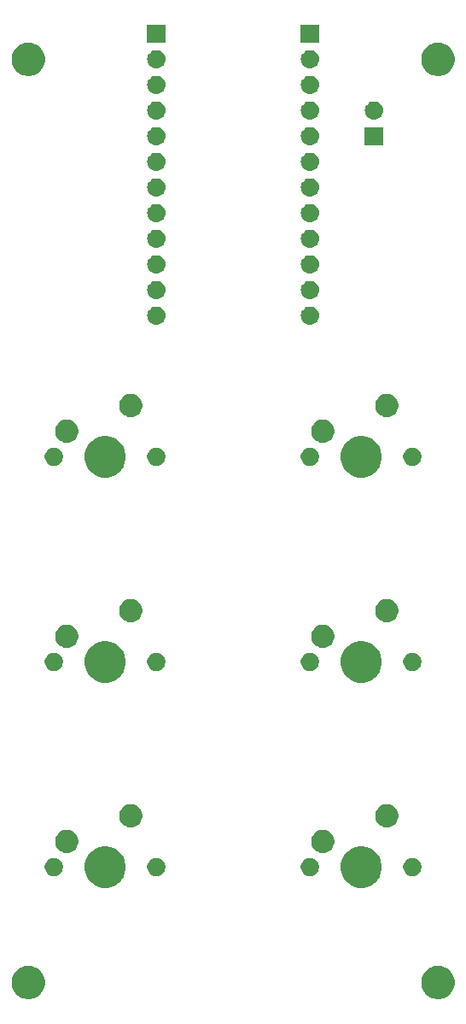
<source format=gbr>
G04 #@! TF.GenerationSoftware,KiCad,Pcbnew,5.1.4*
G04 #@! TF.CreationDate,2019-10-29T06:47:26+01:00*
G04 #@! TF.ProjectId,MediaKeys,4d656469-614b-4657-9973-2e6b69636164,rev?*
G04 #@! TF.SameCoordinates,Original*
G04 #@! TF.FileFunction,Soldermask,Bot*
G04 #@! TF.FilePolarity,Negative*
%FSLAX46Y46*%
G04 Gerber Fmt 4.6, Leading zero omitted, Abs format (unit mm)*
G04 Created by KiCad (PCBNEW 5.1.4) date 2019-10-29 06:47:26*
%MOMM*%
%LPD*%
G04 APERTURE LIST*
%ADD10C,0.100000*%
G04 APERTURE END LIST*
D10*
G36*
X84195256Y-143171298D02*
G01*
X84301579Y-143192447D01*
X84602042Y-143316903D01*
X84872451Y-143497585D01*
X85102415Y-143727549D01*
X85283097Y-143997958D01*
X85407553Y-144298421D01*
X85471000Y-144617391D01*
X85471000Y-144942609D01*
X85407553Y-145261579D01*
X85283097Y-145562042D01*
X85102415Y-145832451D01*
X84872451Y-146062415D01*
X84602042Y-146243097D01*
X84301579Y-146367553D01*
X84195256Y-146388702D01*
X83982611Y-146431000D01*
X83657389Y-146431000D01*
X83444744Y-146388702D01*
X83338421Y-146367553D01*
X83037958Y-146243097D01*
X82767549Y-146062415D01*
X82537585Y-145832451D01*
X82356903Y-145562042D01*
X82232447Y-145261579D01*
X82169000Y-144942609D01*
X82169000Y-144617391D01*
X82232447Y-144298421D01*
X82356903Y-143997958D01*
X82537585Y-143727549D01*
X82767549Y-143497585D01*
X83037958Y-143316903D01*
X83338421Y-143192447D01*
X83444744Y-143171298D01*
X83657389Y-143129000D01*
X83982611Y-143129000D01*
X84195256Y-143171298D01*
X84195256Y-143171298D01*
G37*
G36*
X43555256Y-143171298D02*
G01*
X43661579Y-143192447D01*
X43962042Y-143316903D01*
X44232451Y-143497585D01*
X44462415Y-143727549D01*
X44643097Y-143997958D01*
X44767553Y-144298421D01*
X44831000Y-144617391D01*
X44831000Y-144942609D01*
X44767553Y-145261579D01*
X44643097Y-145562042D01*
X44462415Y-145832451D01*
X44232451Y-146062415D01*
X43962042Y-146243097D01*
X43661579Y-146367553D01*
X43555256Y-146388702D01*
X43342611Y-146431000D01*
X43017389Y-146431000D01*
X42804744Y-146388702D01*
X42698421Y-146367553D01*
X42397958Y-146243097D01*
X42127549Y-146062415D01*
X41897585Y-145832451D01*
X41716903Y-145562042D01*
X41592447Y-145261579D01*
X41529000Y-144942609D01*
X41529000Y-144617391D01*
X41592447Y-144298421D01*
X41716903Y-143997958D01*
X41897585Y-143727549D01*
X42127549Y-143497585D01*
X42397958Y-143316903D01*
X42698421Y-143192447D01*
X42804744Y-143171298D01*
X43017389Y-143129000D01*
X43342611Y-143129000D01*
X43555256Y-143171298D01*
X43555256Y-143171298D01*
G37*
G36*
X76798254Y-131377818D02*
G01*
X77171511Y-131532426D01*
X77171513Y-131532427D01*
X77507436Y-131756884D01*
X77793116Y-132042564D01*
X78017574Y-132378489D01*
X78172182Y-132751746D01*
X78251000Y-133147993D01*
X78251000Y-133552007D01*
X78172182Y-133948254D01*
X78017574Y-134321511D01*
X78017573Y-134321513D01*
X77793116Y-134657436D01*
X77507436Y-134943116D01*
X77171513Y-135167573D01*
X77171512Y-135167574D01*
X77171511Y-135167574D01*
X76798254Y-135322182D01*
X76402007Y-135401000D01*
X75997993Y-135401000D01*
X75601746Y-135322182D01*
X75228489Y-135167574D01*
X75228488Y-135167574D01*
X75228487Y-135167573D01*
X74892564Y-134943116D01*
X74606884Y-134657436D01*
X74382427Y-134321513D01*
X74382426Y-134321511D01*
X74227818Y-133948254D01*
X74149000Y-133552007D01*
X74149000Y-133147993D01*
X74227818Y-132751746D01*
X74382426Y-132378489D01*
X74606884Y-132042564D01*
X74892564Y-131756884D01*
X75228487Y-131532427D01*
X75228489Y-131532426D01*
X75601746Y-131377818D01*
X75997993Y-131299000D01*
X76402007Y-131299000D01*
X76798254Y-131377818D01*
X76798254Y-131377818D01*
G37*
G36*
X51398254Y-131377818D02*
G01*
X51771511Y-131532426D01*
X51771513Y-131532427D01*
X52107436Y-131756884D01*
X52393116Y-132042564D01*
X52617574Y-132378489D01*
X52772182Y-132751746D01*
X52851000Y-133147993D01*
X52851000Y-133552007D01*
X52772182Y-133948254D01*
X52617574Y-134321511D01*
X52617573Y-134321513D01*
X52393116Y-134657436D01*
X52107436Y-134943116D01*
X51771513Y-135167573D01*
X51771512Y-135167574D01*
X51771511Y-135167574D01*
X51398254Y-135322182D01*
X51002007Y-135401000D01*
X50597993Y-135401000D01*
X50201746Y-135322182D01*
X49828489Y-135167574D01*
X49828488Y-135167574D01*
X49828487Y-135167573D01*
X49492564Y-134943116D01*
X49206884Y-134657436D01*
X48982427Y-134321513D01*
X48982426Y-134321511D01*
X48827818Y-133948254D01*
X48749000Y-133552007D01*
X48749000Y-133147993D01*
X48827818Y-132751746D01*
X48982426Y-132378489D01*
X49206884Y-132042564D01*
X49492564Y-131756884D01*
X49828487Y-131532427D01*
X49828489Y-131532426D01*
X50201746Y-131377818D01*
X50597993Y-131299000D01*
X51002007Y-131299000D01*
X51398254Y-131377818D01*
X51398254Y-131377818D01*
G37*
G36*
X81393512Y-132453927D02*
G01*
X81542812Y-132483624D01*
X81706784Y-132551544D01*
X81854354Y-132650147D01*
X81979853Y-132775646D01*
X82078456Y-132923216D01*
X82146376Y-133087188D01*
X82181000Y-133261259D01*
X82181000Y-133438741D01*
X82146376Y-133612812D01*
X82078456Y-133776784D01*
X81979853Y-133924354D01*
X81854354Y-134049853D01*
X81706784Y-134148456D01*
X81542812Y-134216376D01*
X81393512Y-134246073D01*
X81368742Y-134251000D01*
X81191258Y-134251000D01*
X81166488Y-134246073D01*
X81017188Y-134216376D01*
X80853216Y-134148456D01*
X80705646Y-134049853D01*
X80580147Y-133924354D01*
X80481544Y-133776784D01*
X80413624Y-133612812D01*
X80379000Y-133438741D01*
X80379000Y-133261259D01*
X80413624Y-133087188D01*
X80481544Y-132923216D01*
X80580147Y-132775646D01*
X80705646Y-132650147D01*
X80853216Y-132551544D01*
X81017188Y-132483624D01*
X81166488Y-132453927D01*
X81191258Y-132449000D01*
X81368742Y-132449000D01*
X81393512Y-132453927D01*
X81393512Y-132453927D01*
G37*
G36*
X45833512Y-132453927D02*
G01*
X45982812Y-132483624D01*
X46146784Y-132551544D01*
X46294354Y-132650147D01*
X46419853Y-132775646D01*
X46518456Y-132923216D01*
X46586376Y-133087188D01*
X46621000Y-133261259D01*
X46621000Y-133438741D01*
X46586376Y-133612812D01*
X46518456Y-133776784D01*
X46419853Y-133924354D01*
X46294354Y-134049853D01*
X46146784Y-134148456D01*
X45982812Y-134216376D01*
X45833512Y-134246073D01*
X45808742Y-134251000D01*
X45631258Y-134251000D01*
X45606488Y-134246073D01*
X45457188Y-134216376D01*
X45293216Y-134148456D01*
X45145646Y-134049853D01*
X45020147Y-133924354D01*
X44921544Y-133776784D01*
X44853624Y-133612812D01*
X44819000Y-133438741D01*
X44819000Y-133261259D01*
X44853624Y-133087188D01*
X44921544Y-132923216D01*
X45020147Y-132775646D01*
X45145646Y-132650147D01*
X45293216Y-132551544D01*
X45457188Y-132483624D01*
X45606488Y-132453927D01*
X45631258Y-132449000D01*
X45808742Y-132449000D01*
X45833512Y-132453927D01*
X45833512Y-132453927D01*
G37*
G36*
X55993512Y-132453927D02*
G01*
X56142812Y-132483624D01*
X56306784Y-132551544D01*
X56454354Y-132650147D01*
X56579853Y-132775646D01*
X56678456Y-132923216D01*
X56746376Y-133087188D01*
X56781000Y-133261259D01*
X56781000Y-133438741D01*
X56746376Y-133612812D01*
X56678456Y-133776784D01*
X56579853Y-133924354D01*
X56454354Y-134049853D01*
X56306784Y-134148456D01*
X56142812Y-134216376D01*
X55993512Y-134246073D01*
X55968742Y-134251000D01*
X55791258Y-134251000D01*
X55766488Y-134246073D01*
X55617188Y-134216376D01*
X55453216Y-134148456D01*
X55305646Y-134049853D01*
X55180147Y-133924354D01*
X55081544Y-133776784D01*
X55013624Y-133612812D01*
X54979000Y-133438741D01*
X54979000Y-133261259D01*
X55013624Y-133087188D01*
X55081544Y-132923216D01*
X55180147Y-132775646D01*
X55305646Y-132650147D01*
X55453216Y-132551544D01*
X55617188Y-132483624D01*
X55766488Y-132453927D01*
X55791258Y-132449000D01*
X55968742Y-132449000D01*
X55993512Y-132453927D01*
X55993512Y-132453927D01*
G37*
G36*
X71233512Y-132453927D02*
G01*
X71382812Y-132483624D01*
X71546784Y-132551544D01*
X71694354Y-132650147D01*
X71819853Y-132775646D01*
X71918456Y-132923216D01*
X71986376Y-133087188D01*
X72021000Y-133261259D01*
X72021000Y-133438741D01*
X71986376Y-133612812D01*
X71918456Y-133776784D01*
X71819853Y-133924354D01*
X71694354Y-134049853D01*
X71546784Y-134148456D01*
X71382812Y-134216376D01*
X71233512Y-134246073D01*
X71208742Y-134251000D01*
X71031258Y-134251000D01*
X71006488Y-134246073D01*
X70857188Y-134216376D01*
X70693216Y-134148456D01*
X70545646Y-134049853D01*
X70420147Y-133924354D01*
X70321544Y-133776784D01*
X70253624Y-133612812D01*
X70219000Y-133438741D01*
X70219000Y-133261259D01*
X70253624Y-133087188D01*
X70321544Y-132923216D01*
X70420147Y-132775646D01*
X70545646Y-132650147D01*
X70693216Y-132551544D01*
X70857188Y-132483624D01*
X71006488Y-132453927D01*
X71031258Y-132449000D01*
X71208742Y-132449000D01*
X71233512Y-132453927D01*
X71233512Y-132453927D01*
G37*
G36*
X47214549Y-129681116D02*
G01*
X47325734Y-129703232D01*
X47535203Y-129789997D01*
X47723720Y-129915960D01*
X47884040Y-130076280D01*
X48010003Y-130264797D01*
X48096768Y-130474266D01*
X48141000Y-130696636D01*
X48141000Y-130923364D01*
X48096768Y-131145734D01*
X48010003Y-131355203D01*
X47884040Y-131543720D01*
X47723720Y-131704040D01*
X47535203Y-131830003D01*
X47325734Y-131916768D01*
X47214549Y-131938884D01*
X47103365Y-131961000D01*
X46876635Y-131961000D01*
X46765451Y-131938884D01*
X46654266Y-131916768D01*
X46444797Y-131830003D01*
X46256280Y-131704040D01*
X46095960Y-131543720D01*
X45969997Y-131355203D01*
X45883232Y-131145734D01*
X45839000Y-130923364D01*
X45839000Y-130696636D01*
X45883232Y-130474266D01*
X45969997Y-130264797D01*
X46095960Y-130076280D01*
X46256280Y-129915960D01*
X46444797Y-129789997D01*
X46654266Y-129703232D01*
X46765451Y-129681116D01*
X46876635Y-129659000D01*
X47103365Y-129659000D01*
X47214549Y-129681116D01*
X47214549Y-129681116D01*
G37*
G36*
X72614549Y-129681116D02*
G01*
X72725734Y-129703232D01*
X72935203Y-129789997D01*
X73123720Y-129915960D01*
X73284040Y-130076280D01*
X73410003Y-130264797D01*
X73496768Y-130474266D01*
X73541000Y-130696636D01*
X73541000Y-130923364D01*
X73496768Y-131145734D01*
X73410003Y-131355203D01*
X73284040Y-131543720D01*
X73123720Y-131704040D01*
X72935203Y-131830003D01*
X72725734Y-131916768D01*
X72614549Y-131938884D01*
X72503365Y-131961000D01*
X72276635Y-131961000D01*
X72165451Y-131938884D01*
X72054266Y-131916768D01*
X71844797Y-131830003D01*
X71656280Y-131704040D01*
X71495960Y-131543720D01*
X71369997Y-131355203D01*
X71283232Y-131145734D01*
X71239000Y-130923364D01*
X71239000Y-130696636D01*
X71283232Y-130474266D01*
X71369997Y-130264797D01*
X71495960Y-130076280D01*
X71656280Y-129915960D01*
X71844797Y-129789997D01*
X72054266Y-129703232D01*
X72165451Y-129681116D01*
X72276635Y-129659000D01*
X72503365Y-129659000D01*
X72614549Y-129681116D01*
X72614549Y-129681116D01*
G37*
G36*
X53564549Y-127141116D02*
G01*
X53675734Y-127163232D01*
X53885203Y-127249997D01*
X54073720Y-127375960D01*
X54234040Y-127536280D01*
X54360003Y-127724797D01*
X54446768Y-127934266D01*
X54491000Y-128156636D01*
X54491000Y-128383364D01*
X54446768Y-128605734D01*
X54360003Y-128815203D01*
X54234040Y-129003720D01*
X54073720Y-129164040D01*
X53885203Y-129290003D01*
X53675734Y-129376768D01*
X53564549Y-129398884D01*
X53453365Y-129421000D01*
X53226635Y-129421000D01*
X53115451Y-129398884D01*
X53004266Y-129376768D01*
X52794797Y-129290003D01*
X52606280Y-129164040D01*
X52445960Y-129003720D01*
X52319997Y-128815203D01*
X52233232Y-128605734D01*
X52189000Y-128383364D01*
X52189000Y-128156636D01*
X52233232Y-127934266D01*
X52319997Y-127724797D01*
X52445960Y-127536280D01*
X52606280Y-127375960D01*
X52794797Y-127249997D01*
X53004266Y-127163232D01*
X53115451Y-127141116D01*
X53226635Y-127119000D01*
X53453365Y-127119000D01*
X53564549Y-127141116D01*
X53564549Y-127141116D01*
G37*
G36*
X78964549Y-127141116D02*
G01*
X79075734Y-127163232D01*
X79285203Y-127249997D01*
X79473720Y-127375960D01*
X79634040Y-127536280D01*
X79760003Y-127724797D01*
X79846768Y-127934266D01*
X79891000Y-128156636D01*
X79891000Y-128383364D01*
X79846768Y-128605734D01*
X79760003Y-128815203D01*
X79634040Y-129003720D01*
X79473720Y-129164040D01*
X79285203Y-129290003D01*
X79075734Y-129376768D01*
X78964549Y-129398884D01*
X78853365Y-129421000D01*
X78626635Y-129421000D01*
X78515451Y-129398884D01*
X78404266Y-129376768D01*
X78194797Y-129290003D01*
X78006280Y-129164040D01*
X77845960Y-129003720D01*
X77719997Y-128815203D01*
X77633232Y-128605734D01*
X77589000Y-128383364D01*
X77589000Y-128156636D01*
X77633232Y-127934266D01*
X77719997Y-127724797D01*
X77845960Y-127536280D01*
X78006280Y-127375960D01*
X78194797Y-127249997D01*
X78404266Y-127163232D01*
X78515451Y-127141116D01*
X78626635Y-127119000D01*
X78853365Y-127119000D01*
X78964549Y-127141116D01*
X78964549Y-127141116D01*
G37*
G36*
X51398254Y-111057818D02*
G01*
X51771511Y-111212426D01*
X51771513Y-111212427D01*
X52107436Y-111436884D01*
X52393116Y-111722564D01*
X52617574Y-112058489D01*
X52772182Y-112431746D01*
X52851000Y-112827993D01*
X52851000Y-113232007D01*
X52772182Y-113628254D01*
X52617574Y-114001511D01*
X52617573Y-114001513D01*
X52393116Y-114337436D01*
X52107436Y-114623116D01*
X51771513Y-114847573D01*
X51771512Y-114847574D01*
X51771511Y-114847574D01*
X51398254Y-115002182D01*
X51002007Y-115081000D01*
X50597993Y-115081000D01*
X50201746Y-115002182D01*
X49828489Y-114847574D01*
X49828488Y-114847574D01*
X49828487Y-114847573D01*
X49492564Y-114623116D01*
X49206884Y-114337436D01*
X48982427Y-114001513D01*
X48982426Y-114001511D01*
X48827818Y-113628254D01*
X48749000Y-113232007D01*
X48749000Y-112827993D01*
X48827818Y-112431746D01*
X48982426Y-112058489D01*
X49206884Y-111722564D01*
X49492564Y-111436884D01*
X49828487Y-111212427D01*
X49828489Y-111212426D01*
X50201746Y-111057818D01*
X50597993Y-110979000D01*
X51002007Y-110979000D01*
X51398254Y-111057818D01*
X51398254Y-111057818D01*
G37*
G36*
X76798254Y-111057818D02*
G01*
X77171511Y-111212426D01*
X77171513Y-111212427D01*
X77507436Y-111436884D01*
X77793116Y-111722564D01*
X78017574Y-112058489D01*
X78172182Y-112431746D01*
X78251000Y-112827993D01*
X78251000Y-113232007D01*
X78172182Y-113628254D01*
X78017574Y-114001511D01*
X78017573Y-114001513D01*
X77793116Y-114337436D01*
X77507436Y-114623116D01*
X77171513Y-114847573D01*
X77171512Y-114847574D01*
X77171511Y-114847574D01*
X76798254Y-115002182D01*
X76402007Y-115081000D01*
X75997993Y-115081000D01*
X75601746Y-115002182D01*
X75228489Y-114847574D01*
X75228488Y-114847574D01*
X75228487Y-114847573D01*
X74892564Y-114623116D01*
X74606884Y-114337436D01*
X74382427Y-114001513D01*
X74382426Y-114001511D01*
X74227818Y-113628254D01*
X74149000Y-113232007D01*
X74149000Y-112827993D01*
X74227818Y-112431746D01*
X74382426Y-112058489D01*
X74606884Y-111722564D01*
X74892564Y-111436884D01*
X75228487Y-111212427D01*
X75228489Y-111212426D01*
X75601746Y-111057818D01*
X75997993Y-110979000D01*
X76402007Y-110979000D01*
X76798254Y-111057818D01*
X76798254Y-111057818D01*
G37*
G36*
X45833512Y-112133927D02*
G01*
X45982812Y-112163624D01*
X46146784Y-112231544D01*
X46294354Y-112330147D01*
X46419853Y-112455646D01*
X46518456Y-112603216D01*
X46586376Y-112767188D01*
X46621000Y-112941259D01*
X46621000Y-113118741D01*
X46586376Y-113292812D01*
X46518456Y-113456784D01*
X46419853Y-113604354D01*
X46294354Y-113729853D01*
X46146784Y-113828456D01*
X45982812Y-113896376D01*
X45833512Y-113926073D01*
X45808742Y-113931000D01*
X45631258Y-113931000D01*
X45606488Y-113926073D01*
X45457188Y-113896376D01*
X45293216Y-113828456D01*
X45145646Y-113729853D01*
X45020147Y-113604354D01*
X44921544Y-113456784D01*
X44853624Y-113292812D01*
X44819000Y-113118741D01*
X44819000Y-112941259D01*
X44853624Y-112767188D01*
X44921544Y-112603216D01*
X45020147Y-112455646D01*
X45145646Y-112330147D01*
X45293216Y-112231544D01*
X45457188Y-112163624D01*
X45606488Y-112133927D01*
X45631258Y-112129000D01*
X45808742Y-112129000D01*
X45833512Y-112133927D01*
X45833512Y-112133927D01*
G37*
G36*
X55993512Y-112133927D02*
G01*
X56142812Y-112163624D01*
X56306784Y-112231544D01*
X56454354Y-112330147D01*
X56579853Y-112455646D01*
X56678456Y-112603216D01*
X56746376Y-112767188D01*
X56781000Y-112941259D01*
X56781000Y-113118741D01*
X56746376Y-113292812D01*
X56678456Y-113456784D01*
X56579853Y-113604354D01*
X56454354Y-113729853D01*
X56306784Y-113828456D01*
X56142812Y-113896376D01*
X55993512Y-113926073D01*
X55968742Y-113931000D01*
X55791258Y-113931000D01*
X55766488Y-113926073D01*
X55617188Y-113896376D01*
X55453216Y-113828456D01*
X55305646Y-113729853D01*
X55180147Y-113604354D01*
X55081544Y-113456784D01*
X55013624Y-113292812D01*
X54979000Y-113118741D01*
X54979000Y-112941259D01*
X55013624Y-112767188D01*
X55081544Y-112603216D01*
X55180147Y-112455646D01*
X55305646Y-112330147D01*
X55453216Y-112231544D01*
X55617188Y-112163624D01*
X55766488Y-112133927D01*
X55791258Y-112129000D01*
X55968742Y-112129000D01*
X55993512Y-112133927D01*
X55993512Y-112133927D01*
G37*
G36*
X71233512Y-112133927D02*
G01*
X71382812Y-112163624D01*
X71546784Y-112231544D01*
X71694354Y-112330147D01*
X71819853Y-112455646D01*
X71918456Y-112603216D01*
X71986376Y-112767188D01*
X72021000Y-112941259D01*
X72021000Y-113118741D01*
X71986376Y-113292812D01*
X71918456Y-113456784D01*
X71819853Y-113604354D01*
X71694354Y-113729853D01*
X71546784Y-113828456D01*
X71382812Y-113896376D01*
X71233512Y-113926073D01*
X71208742Y-113931000D01*
X71031258Y-113931000D01*
X71006488Y-113926073D01*
X70857188Y-113896376D01*
X70693216Y-113828456D01*
X70545646Y-113729853D01*
X70420147Y-113604354D01*
X70321544Y-113456784D01*
X70253624Y-113292812D01*
X70219000Y-113118741D01*
X70219000Y-112941259D01*
X70253624Y-112767188D01*
X70321544Y-112603216D01*
X70420147Y-112455646D01*
X70545646Y-112330147D01*
X70693216Y-112231544D01*
X70857188Y-112163624D01*
X71006488Y-112133927D01*
X71031258Y-112129000D01*
X71208742Y-112129000D01*
X71233512Y-112133927D01*
X71233512Y-112133927D01*
G37*
G36*
X81393512Y-112133927D02*
G01*
X81542812Y-112163624D01*
X81706784Y-112231544D01*
X81854354Y-112330147D01*
X81979853Y-112455646D01*
X82078456Y-112603216D01*
X82146376Y-112767188D01*
X82181000Y-112941259D01*
X82181000Y-113118741D01*
X82146376Y-113292812D01*
X82078456Y-113456784D01*
X81979853Y-113604354D01*
X81854354Y-113729853D01*
X81706784Y-113828456D01*
X81542812Y-113896376D01*
X81393512Y-113926073D01*
X81368742Y-113931000D01*
X81191258Y-113931000D01*
X81166488Y-113926073D01*
X81017188Y-113896376D01*
X80853216Y-113828456D01*
X80705646Y-113729853D01*
X80580147Y-113604354D01*
X80481544Y-113456784D01*
X80413624Y-113292812D01*
X80379000Y-113118741D01*
X80379000Y-112941259D01*
X80413624Y-112767188D01*
X80481544Y-112603216D01*
X80580147Y-112455646D01*
X80705646Y-112330147D01*
X80853216Y-112231544D01*
X81017188Y-112163624D01*
X81166488Y-112133927D01*
X81191258Y-112129000D01*
X81368742Y-112129000D01*
X81393512Y-112133927D01*
X81393512Y-112133927D01*
G37*
G36*
X72614549Y-109361116D02*
G01*
X72725734Y-109383232D01*
X72935203Y-109469997D01*
X73123720Y-109595960D01*
X73284040Y-109756280D01*
X73410003Y-109944797D01*
X73496768Y-110154266D01*
X73541000Y-110376636D01*
X73541000Y-110603364D01*
X73496768Y-110825734D01*
X73410003Y-111035203D01*
X73284040Y-111223720D01*
X73123720Y-111384040D01*
X72935203Y-111510003D01*
X72725734Y-111596768D01*
X72614549Y-111618884D01*
X72503365Y-111641000D01*
X72276635Y-111641000D01*
X72165451Y-111618884D01*
X72054266Y-111596768D01*
X71844797Y-111510003D01*
X71656280Y-111384040D01*
X71495960Y-111223720D01*
X71369997Y-111035203D01*
X71283232Y-110825734D01*
X71239000Y-110603364D01*
X71239000Y-110376636D01*
X71283232Y-110154266D01*
X71369997Y-109944797D01*
X71495960Y-109756280D01*
X71656280Y-109595960D01*
X71844797Y-109469997D01*
X72054266Y-109383232D01*
X72165451Y-109361116D01*
X72276635Y-109339000D01*
X72503365Y-109339000D01*
X72614549Y-109361116D01*
X72614549Y-109361116D01*
G37*
G36*
X47214549Y-109361116D02*
G01*
X47325734Y-109383232D01*
X47535203Y-109469997D01*
X47723720Y-109595960D01*
X47884040Y-109756280D01*
X48010003Y-109944797D01*
X48096768Y-110154266D01*
X48141000Y-110376636D01*
X48141000Y-110603364D01*
X48096768Y-110825734D01*
X48010003Y-111035203D01*
X47884040Y-111223720D01*
X47723720Y-111384040D01*
X47535203Y-111510003D01*
X47325734Y-111596768D01*
X47214549Y-111618884D01*
X47103365Y-111641000D01*
X46876635Y-111641000D01*
X46765451Y-111618884D01*
X46654266Y-111596768D01*
X46444797Y-111510003D01*
X46256280Y-111384040D01*
X46095960Y-111223720D01*
X45969997Y-111035203D01*
X45883232Y-110825734D01*
X45839000Y-110603364D01*
X45839000Y-110376636D01*
X45883232Y-110154266D01*
X45969997Y-109944797D01*
X46095960Y-109756280D01*
X46256280Y-109595960D01*
X46444797Y-109469997D01*
X46654266Y-109383232D01*
X46765451Y-109361116D01*
X46876635Y-109339000D01*
X47103365Y-109339000D01*
X47214549Y-109361116D01*
X47214549Y-109361116D01*
G37*
G36*
X53564549Y-106821116D02*
G01*
X53675734Y-106843232D01*
X53885203Y-106929997D01*
X54073720Y-107055960D01*
X54234040Y-107216280D01*
X54360003Y-107404797D01*
X54446768Y-107614266D01*
X54491000Y-107836636D01*
X54491000Y-108063364D01*
X54446768Y-108285734D01*
X54360003Y-108495203D01*
X54234040Y-108683720D01*
X54073720Y-108844040D01*
X53885203Y-108970003D01*
X53675734Y-109056768D01*
X53564549Y-109078884D01*
X53453365Y-109101000D01*
X53226635Y-109101000D01*
X53115451Y-109078884D01*
X53004266Y-109056768D01*
X52794797Y-108970003D01*
X52606280Y-108844040D01*
X52445960Y-108683720D01*
X52319997Y-108495203D01*
X52233232Y-108285734D01*
X52189000Y-108063364D01*
X52189000Y-107836636D01*
X52233232Y-107614266D01*
X52319997Y-107404797D01*
X52445960Y-107216280D01*
X52606280Y-107055960D01*
X52794797Y-106929997D01*
X53004266Y-106843232D01*
X53115451Y-106821116D01*
X53226635Y-106799000D01*
X53453365Y-106799000D01*
X53564549Y-106821116D01*
X53564549Y-106821116D01*
G37*
G36*
X78964549Y-106821116D02*
G01*
X79075734Y-106843232D01*
X79285203Y-106929997D01*
X79473720Y-107055960D01*
X79634040Y-107216280D01*
X79760003Y-107404797D01*
X79846768Y-107614266D01*
X79891000Y-107836636D01*
X79891000Y-108063364D01*
X79846768Y-108285734D01*
X79760003Y-108495203D01*
X79634040Y-108683720D01*
X79473720Y-108844040D01*
X79285203Y-108970003D01*
X79075734Y-109056768D01*
X78964549Y-109078884D01*
X78853365Y-109101000D01*
X78626635Y-109101000D01*
X78515451Y-109078884D01*
X78404266Y-109056768D01*
X78194797Y-108970003D01*
X78006280Y-108844040D01*
X77845960Y-108683720D01*
X77719997Y-108495203D01*
X77633232Y-108285734D01*
X77589000Y-108063364D01*
X77589000Y-107836636D01*
X77633232Y-107614266D01*
X77719997Y-107404797D01*
X77845960Y-107216280D01*
X78006280Y-107055960D01*
X78194797Y-106929997D01*
X78404266Y-106843232D01*
X78515451Y-106821116D01*
X78626635Y-106799000D01*
X78853365Y-106799000D01*
X78964549Y-106821116D01*
X78964549Y-106821116D01*
G37*
G36*
X51398254Y-90737818D02*
G01*
X51771511Y-90892426D01*
X51771513Y-90892427D01*
X52107436Y-91116884D01*
X52393116Y-91402564D01*
X52617574Y-91738489D01*
X52772182Y-92111746D01*
X52851000Y-92507993D01*
X52851000Y-92912007D01*
X52772182Y-93308254D01*
X52617574Y-93681511D01*
X52617573Y-93681513D01*
X52393116Y-94017436D01*
X52107436Y-94303116D01*
X51771513Y-94527573D01*
X51771512Y-94527574D01*
X51771511Y-94527574D01*
X51398254Y-94682182D01*
X51002007Y-94761000D01*
X50597993Y-94761000D01*
X50201746Y-94682182D01*
X49828489Y-94527574D01*
X49828488Y-94527574D01*
X49828487Y-94527573D01*
X49492564Y-94303116D01*
X49206884Y-94017436D01*
X48982427Y-93681513D01*
X48982426Y-93681511D01*
X48827818Y-93308254D01*
X48749000Y-92912007D01*
X48749000Y-92507993D01*
X48827818Y-92111746D01*
X48982426Y-91738489D01*
X49206884Y-91402564D01*
X49492564Y-91116884D01*
X49828487Y-90892427D01*
X49828489Y-90892426D01*
X50201746Y-90737818D01*
X50597993Y-90659000D01*
X51002007Y-90659000D01*
X51398254Y-90737818D01*
X51398254Y-90737818D01*
G37*
G36*
X76798254Y-90737818D02*
G01*
X77171511Y-90892426D01*
X77171513Y-90892427D01*
X77507436Y-91116884D01*
X77793116Y-91402564D01*
X78017574Y-91738489D01*
X78172182Y-92111746D01*
X78251000Y-92507993D01*
X78251000Y-92912007D01*
X78172182Y-93308254D01*
X78017574Y-93681511D01*
X78017573Y-93681513D01*
X77793116Y-94017436D01*
X77507436Y-94303116D01*
X77171513Y-94527573D01*
X77171512Y-94527574D01*
X77171511Y-94527574D01*
X76798254Y-94682182D01*
X76402007Y-94761000D01*
X75997993Y-94761000D01*
X75601746Y-94682182D01*
X75228489Y-94527574D01*
X75228488Y-94527574D01*
X75228487Y-94527573D01*
X74892564Y-94303116D01*
X74606884Y-94017436D01*
X74382427Y-93681513D01*
X74382426Y-93681511D01*
X74227818Y-93308254D01*
X74149000Y-92912007D01*
X74149000Y-92507993D01*
X74227818Y-92111746D01*
X74382426Y-91738489D01*
X74606884Y-91402564D01*
X74892564Y-91116884D01*
X75228487Y-90892427D01*
X75228489Y-90892426D01*
X75601746Y-90737818D01*
X75997993Y-90659000D01*
X76402007Y-90659000D01*
X76798254Y-90737818D01*
X76798254Y-90737818D01*
G37*
G36*
X71233512Y-91813927D02*
G01*
X71382812Y-91843624D01*
X71546784Y-91911544D01*
X71694354Y-92010147D01*
X71819853Y-92135646D01*
X71918456Y-92283216D01*
X71986376Y-92447188D01*
X72021000Y-92621259D01*
X72021000Y-92798741D01*
X71986376Y-92972812D01*
X71918456Y-93136784D01*
X71819853Y-93284354D01*
X71694354Y-93409853D01*
X71546784Y-93508456D01*
X71382812Y-93576376D01*
X71233512Y-93606073D01*
X71208742Y-93611000D01*
X71031258Y-93611000D01*
X71006488Y-93606073D01*
X70857188Y-93576376D01*
X70693216Y-93508456D01*
X70545646Y-93409853D01*
X70420147Y-93284354D01*
X70321544Y-93136784D01*
X70253624Y-92972812D01*
X70219000Y-92798741D01*
X70219000Y-92621259D01*
X70253624Y-92447188D01*
X70321544Y-92283216D01*
X70420147Y-92135646D01*
X70545646Y-92010147D01*
X70693216Y-91911544D01*
X70857188Y-91843624D01*
X71006488Y-91813927D01*
X71031258Y-91809000D01*
X71208742Y-91809000D01*
X71233512Y-91813927D01*
X71233512Y-91813927D01*
G37*
G36*
X45833512Y-91813927D02*
G01*
X45982812Y-91843624D01*
X46146784Y-91911544D01*
X46294354Y-92010147D01*
X46419853Y-92135646D01*
X46518456Y-92283216D01*
X46586376Y-92447188D01*
X46621000Y-92621259D01*
X46621000Y-92798741D01*
X46586376Y-92972812D01*
X46518456Y-93136784D01*
X46419853Y-93284354D01*
X46294354Y-93409853D01*
X46146784Y-93508456D01*
X45982812Y-93576376D01*
X45833512Y-93606073D01*
X45808742Y-93611000D01*
X45631258Y-93611000D01*
X45606488Y-93606073D01*
X45457188Y-93576376D01*
X45293216Y-93508456D01*
X45145646Y-93409853D01*
X45020147Y-93284354D01*
X44921544Y-93136784D01*
X44853624Y-92972812D01*
X44819000Y-92798741D01*
X44819000Y-92621259D01*
X44853624Y-92447188D01*
X44921544Y-92283216D01*
X45020147Y-92135646D01*
X45145646Y-92010147D01*
X45293216Y-91911544D01*
X45457188Y-91843624D01*
X45606488Y-91813927D01*
X45631258Y-91809000D01*
X45808742Y-91809000D01*
X45833512Y-91813927D01*
X45833512Y-91813927D01*
G37*
G36*
X55993512Y-91813927D02*
G01*
X56142812Y-91843624D01*
X56306784Y-91911544D01*
X56454354Y-92010147D01*
X56579853Y-92135646D01*
X56678456Y-92283216D01*
X56746376Y-92447188D01*
X56781000Y-92621259D01*
X56781000Y-92798741D01*
X56746376Y-92972812D01*
X56678456Y-93136784D01*
X56579853Y-93284354D01*
X56454354Y-93409853D01*
X56306784Y-93508456D01*
X56142812Y-93576376D01*
X55993512Y-93606073D01*
X55968742Y-93611000D01*
X55791258Y-93611000D01*
X55766488Y-93606073D01*
X55617188Y-93576376D01*
X55453216Y-93508456D01*
X55305646Y-93409853D01*
X55180147Y-93284354D01*
X55081544Y-93136784D01*
X55013624Y-92972812D01*
X54979000Y-92798741D01*
X54979000Y-92621259D01*
X55013624Y-92447188D01*
X55081544Y-92283216D01*
X55180147Y-92135646D01*
X55305646Y-92010147D01*
X55453216Y-91911544D01*
X55617188Y-91843624D01*
X55766488Y-91813927D01*
X55791258Y-91809000D01*
X55968742Y-91809000D01*
X55993512Y-91813927D01*
X55993512Y-91813927D01*
G37*
G36*
X81393512Y-91813927D02*
G01*
X81542812Y-91843624D01*
X81706784Y-91911544D01*
X81854354Y-92010147D01*
X81979853Y-92135646D01*
X82078456Y-92283216D01*
X82146376Y-92447188D01*
X82181000Y-92621259D01*
X82181000Y-92798741D01*
X82146376Y-92972812D01*
X82078456Y-93136784D01*
X81979853Y-93284354D01*
X81854354Y-93409853D01*
X81706784Y-93508456D01*
X81542812Y-93576376D01*
X81393512Y-93606073D01*
X81368742Y-93611000D01*
X81191258Y-93611000D01*
X81166488Y-93606073D01*
X81017188Y-93576376D01*
X80853216Y-93508456D01*
X80705646Y-93409853D01*
X80580147Y-93284354D01*
X80481544Y-93136784D01*
X80413624Y-92972812D01*
X80379000Y-92798741D01*
X80379000Y-92621259D01*
X80413624Y-92447188D01*
X80481544Y-92283216D01*
X80580147Y-92135646D01*
X80705646Y-92010147D01*
X80853216Y-91911544D01*
X81017188Y-91843624D01*
X81166488Y-91813927D01*
X81191258Y-91809000D01*
X81368742Y-91809000D01*
X81393512Y-91813927D01*
X81393512Y-91813927D01*
G37*
G36*
X47214549Y-89041116D02*
G01*
X47325734Y-89063232D01*
X47535203Y-89149997D01*
X47723720Y-89275960D01*
X47884040Y-89436280D01*
X48010003Y-89624797D01*
X48096768Y-89834266D01*
X48141000Y-90056636D01*
X48141000Y-90283364D01*
X48096768Y-90505734D01*
X48010003Y-90715203D01*
X47884040Y-90903720D01*
X47723720Y-91064040D01*
X47535203Y-91190003D01*
X47325734Y-91276768D01*
X47214549Y-91298884D01*
X47103365Y-91321000D01*
X46876635Y-91321000D01*
X46765451Y-91298884D01*
X46654266Y-91276768D01*
X46444797Y-91190003D01*
X46256280Y-91064040D01*
X46095960Y-90903720D01*
X45969997Y-90715203D01*
X45883232Y-90505734D01*
X45839000Y-90283364D01*
X45839000Y-90056636D01*
X45883232Y-89834266D01*
X45969997Y-89624797D01*
X46095960Y-89436280D01*
X46256280Y-89275960D01*
X46444797Y-89149997D01*
X46654266Y-89063232D01*
X46765451Y-89041116D01*
X46876635Y-89019000D01*
X47103365Y-89019000D01*
X47214549Y-89041116D01*
X47214549Y-89041116D01*
G37*
G36*
X72614549Y-89041116D02*
G01*
X72725734Y-89063232D01*
X72935203Y-89149997D01*
X73123720Y-89275960D01*
X73284040Y-89436280D01*
X73410003Y-89624797D01*
X73496768Y-89834266D01*
X73541000Y-90056636D01*
X73541000Y-90283364D01*
X73496768Y-90505734D01*
X73410003Y-90715203D01*
X73284040Y-90903720D01*
X73123720Y-91064040D01*
X72935203Y-91190003D01*
X72725734Y-91276768D01*
X72614549Y-91298884D01*
X72503365Y-91321000D01*
X72276635Y-91321000D01*
X72165451Y-91298884D01*
X72054266Y-91276768D01*
X71844797Y-91190003D01*
X71656280Y-91064040D01*
X71495960Y-90903720D01*
X71369997Y-90715203D01*
X71283232Y-90505734D01*
X71239000Y-90283364D01*
X71239000Y-90056636D01*
X71283232Y-89834266D01*
X71369997Y-89624797D01*
X71495960Y-89436280D01*
X71656280Y-89275960D01*
X71844797Y-89149997D01*
X72054266Y-89063232D01*
X72165451Y-89041116D01*
X72276635Y-89019000D01*
X72503365Y-89019000D01*
X72614549Y-89041116D01*
X72614549Y-89041116D01*
G37*
G36*
X53564549Y-86501116D02*
G01*
X53675734Y-86523232D01*
X53885203Y-86609997D01*
X54073720Y-86735960D01*
X54234040Y-86896280D01*
X54360003Y-87084797D01*
X54446768Y-87294266D01*
X54491000Y-87516636D01*
X54491000Y-87743364D01*
X54446768Y-87965734D01*
X54360003Y-88175203D01*
X54234040Y-88363720D01*
X54073720Y-88524040D01*
X53885203Y-88650003D01*
X53675734Y-88736768D01*
X53564549Y-88758884D01*
X53453365Y-88781000D01*
X53226635Y-88781000D01*
X53115451Y-88758884D01*
X53004266Y-88736768D01*
X52794797Y-88650003D01*
X52606280Y-88524040D01*
X52445960Y-88363720D01*
X52319997Y-88175203D01*
X52233232Y-87965734D01*
X52189000Y-87743364D01*
X52189000Y-87516636D01*
X52233232Y-87294266D01*
X52319997Y-87084797D01*
X52445960Y-86896280D01*
X52606280Y-86735960D01*
X52794797Y-86609997D01*
X53004266Y-86523232D01*
X53115451Y-86501116D01*
X53226635Y-86479000D01*
X53453365Y-86479000D01*
X53564549Y-86501116D01*
X53564549Y-86501116D01*
G37*
G36*
X78964549Y-86501116D02*
G01*
X79075734Y-86523232D01*
X79285203Y-86609997D01*
X79473720Y-86735960D01*
X79634040Y-86896280D01*
X79760003Y-87084797D01*
X79846768Y-87294266D01*
X79891000Y-87516636D01*
X79891000Y-87743364D01*
X79846768Y-87965734D01*
X79760003Y-88175203D01*
X79634040Y-88363720D01*
X79473720Y-88524040D01*
X79285203Y-88650003D01*
X79075734Y-88736768D01*
X78964549Y-88758884D01*
X78853365Y-88781000D01*
X78626635Y-88781000D01*
X78515451Y-88758884D01*
X78404266Y-88736768D01*
X78194797Y-88650003D01*
X78006280Y-88524040D01*
X77845960Y-88363720D01*
X77719997Y-88175203D01*
X77633232Y-87965734D01*
X77589000Y-87743364D01*
X77589000Y-87516636D01*
X77633232Y-87294266D01*
X77719997Y-87084797D01*
X77845960Y-86896280D01*
X78006280Y-86735960D01*
X78194797Y-86609997D01*
X78404266Y-86523232D01*
X78515451Y-86501116D01*
X78626635Y-86479000D01*
X78853365Y-86479000D01*
X78964549Y-86501116D01*
X78964549Y-86501116D01*
G37*
G36*
X71230443Y-77845519D02*
G01*
X71296627Y-77852037D01*
X71466466Y-77903557D01*
X71622991Y-77987222D01*
X71658729Y-78016552D01*
X71760186Y-78099814D01*
X71843448Y-78201271D01*
X71872778Y-78237009D01*
X71956443Y-78393534D01*
X72007963Y-78563373D01*
X72025359Y-78740000D01*
X72007963Y-78916627D01*
X71956443Y-79086466D01*
X71872778Y-79242991D01*
X71843448Y-79278729D01*
X71760186Y-79380186D01*
X71658729Y-79463448D01*
X71622991Y-79492778D01*
X71466466Y-79576443D01*
X71296627Y-79627963D01*
X71230442Y-79634482D01*
X71164260Y-79641000D01*
X71075740Y-79641000D01*
X71009558Y-79634482D01*
X70943373Y-79627963D01*
X70773534Y-79576443D01*
X70617009Y-79492778D01*
X70581271Y-79463448D01*
X70479814Y-79380186D01*
X70396552Y-79278729D01*
X70367222Y-79242991D01*
X70283557Y-79086466D01*
X70232037Y-78916627D01*
X70214641Y-78740000D01*
X70232037Y-78563373D01*
X70283557Y-78393534D01*
X70367222Y-78237009D01*
X70396552Y-78201271D01*
X70479814Y-78099814D01*
X70581271Y-78016552D01*
X70617009Y-77987222D01*
X70773534Y-77903557D01*
X70943373Y-77852037D01*
X71009557Y-77845519D01*
X71075740Y-77839000D01*
X71164260Y-77839000D01*
X71230443Y-77845519D01*
X71230443Y-77845519D01*
G37*
G36*
X55990443Y-77845519D02*
G01*
X56056627Y-77852037D01*
X56226466Y-77903557D01*
X56382991Y-77987222D01*
X56418729Y-78016552D01*
X56520186Y-78099814D01*
X56603448Y-78201271D01*
X56632778Y-78237009D01*
X56716443Y-78393534D01*
X56767963Y-78563373D01*
X56785359Y-78740000D01*
X56767963Y-78916627D01*
X56716443Y-79086466D01*
X56632778Y-79242991D01*
X56603448Y-79278729D01*
X56520186Y-79380186D01*
X56418729Y-79463448D01*
X56382991Y-79492778D01*
X56226466Y-79576443D01*
X56056627Y-79627963D01*
X55990442Y-79634482D01*
X55924260Y-79641000D01*
X55835740Y-79641000D01*
X55769558Y-79634482D01*
X55703373Y-79627963D01*
X55533534Y-79576443D01*
X55377009Y-79492778D01*
X55341271Y-79463448D01*
X55239814Y-79380186D01*
X55156552Y-79278729D01*
X55127222Y-79242991D01*
X55043557Y-79086466D01*
X54992037Y-78916627D01*
X54974641Y-78740000D01*
X54992037Y-78563373D01*
X55043557Y-78393534D01*
X55127222Y-78237009D01*
X55156552Y-78201271D01*
X55239814Y-78099814D01*
X55341271Y-78016552D01*
X55377009Y-77987222D01*
X55533534Y-77903557D01*
X55703373Y-77852037D01*
X55769557Y-77845519D01*
X55835740Y-77839000D01*
X55924260Y-77839000D01*
X55990443Y-77845519D01*
X55990443Y-77845519D01*
G37*
G36*
X71230442Y-75305518D02*
G01*
X71296627Y-75312037D01*
X71466466Y-75363557D01*
X71622991Y-75447222D01*
X71658729Y-75476552D01*
X71760186Y-75559814D01*
X71843448Y-75661271D01*
X71872778Y-75697009D01*
X71956443Y-75853534D01*
X72007963Y-76023373D01*
X72025359Y-76200000D01*
X72007963Y-76376627D01*
X71956443Y-76546466D01*
X71872778Y-76702991D01*
X71843448Y-76738729D01*
X71760186Y-76840186D01*
X71658729Y-76923448D01*
X71622991Y-76952778D01*
X71466466Y-77036443D01*
X71296627Y-77087963D01*
X71230442Y-77094482D01*
X71164260Y-77101000D01*
X71075740Y-77101000D01*
X71009558Y-77094482D01*
X70943373Y-77087963D01*
X70773534Y-77036443D01*
X70617009Y-76952778D01*
X70581271Y-76923448D01*
X70479814Y-76840186D01*
X70396552Y-76738729D01*
X70367222Y-76702991D01*
X70283557Y-76546466D01*
X70232037Y-76376627D01*
X70214641Y-76200000D01*
X70232037Y-76023373D01*
X70283557Y-75853534D01*
X70367222Y-75697009D01*
X70396552Y-75661271D01*
X70479814Y-75559814D01*
X70581271Y-75476552D01*
X70617009Y-75447222D01*
X70773534Y-75363557D01*
X70943373Y-75312037D01*
X71009558Y-75305518D01*
X71075740Y-75299000D01*
X71164260Y-75299000D01*
X71230442Y-75305518D01*
X71230442Y-75305518D01*
G37*
G36*
X55990442Y-75305518D02*
G01*
X56056627Y-75312037D01*
X56226466Y-75363557D01*
X56382991Y-75447222D01*
X56418729Y-75476552D01*
X56520186Y-75559814D01*
X56603448Y-75661271D01*
X56632778Y-75697009D01*
X56716443Y-75853534D01*
X56767963Y-76023373D01*
X56785359Y-76200000D01*
X56767963Y-76376627D01*
X56716443Y-76546466D01*
X56632778Y-76702991D01*
X56603448Y-76738729D01*
X56520186Y-76840186D01*
X56418729Y-76923448D01*
X56382991Y-76952778D01*
X56226466Y-77036443D01*
X56056627Y-77087963D01*
X55990442Y-77094482D01*
X55924260Y-77101000D01*
X55835740Y-77101000D01*
X55769558Y-77094482D01*
X55703373Y-77087963D01*
X55533534Y-77036443D01*
X55377009Y-76952778D01*
X55341271Y-76923448D01*
X55239814Y-76840186D01*
X55156552Y-76738729D01*
X55127222Y-76702991D01*
X55043557Y-76546466D01*
X54992037Y-76376627D01*
X54974641Y-76200000D01*
X54992037Y-76023373D01*
X55043557Y-75853534D01*
X55127222Y-75697009D01*
X55156552Y-75661271D01*
X55239814Y-75559814D01*
X55341271Y-75476552D01*
X55377009Y-75447222D01*
X55533534Y-75363557D01*
X55703373Y-75312037D01*
X55769558Y-75305518D01*
X55835740Y-75299000D01*
X55924260Y-75299000D01*
X55990442Y-75305518D01*
X55990442Y-75305518D01*
G37*
G36*
X71230442Y-72765518D02*
G01*
X71296627Y-72772037D01*
X71466466Y-72823557D01*
X71622991Y-72907222D01*
X71658729Y-72936552D01*
X71760186Y-73019814D01*
X71843448Y-73121271D01*
X71872778Y-73157009D01*
X71956443Y-73313534D01*
X72007963Y-73483373D01*
X72025359Y-73660000D01*
X72007963Y-73836627D01*
X71956443Y-74006466D01*
X71872778Y-74162991D01*
X71843448Y-74198729D01*
X71760186Y-74300186D01*
X71658729Y-74383448D01*
X71622991Y-74412778D01*
X71466466Y-74496443D01*
X71296627Y-74547963D01*
X71230442Y-74554482D01*
X71164260Y-74561000D01*
X71075740Y-74561000D01*
X71009558Y-74554482D01*
X70943373Y-74547963D01*
X70773534Y-74496443D01*
X70617009Y-74412778D01*
X70581271Y-74383448D01*
X70479814Y-74300186D01*
X70396552Y-74198729D01*
X70367222Y-74162991D01*
X70283557Y-74006466D01*
X70232037Y-73836627D01*
X70214641Y-73660000D01*
X70232037Y-73483373D01*
X70283557Y-73313534D01*
X70367222Y-73157009D01*
X70396552Y-73121271D01*
X70479814Y-73019814D01*
X70581271Y-72936552D01*
X70617009Y-72907222D01*
X70773534Y-72823557D01*
X70943373Y-72772037D01*
X71009558Y-72765518D01*
X71075740Y-72759000D01*
X71164260Y-72759000D01*
X71230442Y-72765518D01*
X71230442Y-72765518D01*
G37*
G36*
X55990442Y-72765518D02*
G01*
X56056627Y-72772037D01*
X56226466Y-72823557D01*
X56382991Y-72907222D01*
X56418729Y-72936552D01*
X56520186Y-73019814D01*
X56603448Y-73121271D01*
X56632778Y-73157009D01*
X56716443Y-73313534D01*
X56767963Y-73483373D01*
X56785359Y-73660000D01*
X56767963Y-73836627D01*
X56716443Y-74006466D01*
X56632778Y-74162991D01*
X56603448Y-74198729D01*
X56520186Y-74300186D01*
X56418729Y-74383448D01*
X56382991Y-74412778D01*
X56226466Y-74496443D01*
X56056627Y-74547963D01*
X55990442Y-74554482D01*
X55924260Y-74561000D01*
X55835740Y-74561000D01*
X55769558Y-74554482D01*
X55703373Y-74547963D01*
X55533534Y-74496443D01*
X55377009Y-74412778D01*
X55341271Y-74383448D01*
X55239814Y-74300186D01*
X55156552Y-74198729D01*
X55127222Y-74162991D01*
X55043557Y-74006466D01*
X54992037Y-73836627D01*
X54974641Y-73660000D01*
X54992037Y-73483373D01*
X55043557Y-73313534D01*
X55127222Y-73157009D01*
X55156552Y-73121271D01*
X55239814Y-73019814D01*
X55341271Y-72936552D01*
X55377009Y-72907222D01*
X55533534Y-72823557D01*
X55703373Y-72772037D01*
X55769558Y-72765518D01*
X55835740Y-72759000D01*
X55924260Y-72759000D01*
X55990442Y-72765518D01*
X55990442Y-72765518D01*
G37*
G36*
X55990442Y-70225518D02*
G01*
X56056627Y-70232037D01*
X56226466Y-70283557D01*
X56382991Y-70367222D01*
X56418729Y-70396552D01*
X56520186Y-70479814D01*
X56603448Y-70581271D01*
X56632778Y-70617009D01*
X56716443Y-70773534D01*
X56767963Y-70943373D01*
X56785359Y-71120000D01*
X56767963Y-71296627D01*
X56716443Y-71466466D01*
X56632778Y-71622991D01*
X56603448Y-71658729D01*
X56520186Y-71760186D01*
X56418729Y-71843448D01*
X56382991Y-71872778D01*
X56226466Y-71956443D01*
X56056627Y-72007963D01*
X55990443Y-72014481D01*
X55924260Y-72021000D01*
X55835740Y-72021000D01*
X55769557Y-72014481D01*
X55703373Y-72007963D01*
X55533534Y-71956443D01*
X55377009Y-71872778D01*
X55341271Y-71843448D01*
X55239814Y-71760186D01*
X55156552Y-71658729D01*
X55127222Y-71622991D01*
X55043557Y-71466466D01*
X54992037Y-71296627D01*
X54974641Y-71120000D01*
X54992037Y-70943373D01*
X55043557Y-70773534D01*
X55127222Y-70617009D01*
X55156552Y-70581271D01*
X55239814Y-70479814D01*
X55341271Y-70396552D01*
X55377009Y-70367222D01*
X55533534Y-70283557D01*
X55703373Y-70232037D01*
X55769558Y-70225518D01*
X55835740Y-70219000D01*
X55924260Y-70219000D01*
X55990442Y-70225518D01*
X55990442Y-70225518D01*
G37*
G36*
X71230442Y-70225518D02*
G01*
X71296627Y-70232037D01*
X71466466Y-70283557D01*
X71622991Y-70367222D01*
X71658729Y-70396552D01*
X71760186Y-70479814D01*
X71843448Y-70581271D01*
X71872778Y-70617009D01*
X71956443Y-70773534D01*
X72007963Y-70943373D01*
X72025359Y-71120000D01*
X72007963Y-71296627D01*
X71956443Y-71466466D01*
X71872778Y-71622991D01*
X71843448Y-71658729D01*
X71760186Y-71760186D01*
X71658729Y-71843448D01*
X71622991Y-71872778D01*
X71466466Y-71956443D01*
X71296627Y-72007963D01*
X71230443Y-72014481D01*
X71164260Y-72021000D01*
X71075740Y-72021000D01*
X71009557Y-72014481D01*
X70943373Y-72007963D01*
X70773534Y-71956443D01*
X70617009Y-71872778D01*
X70581271Y-71843448D01*
X70479814Y-71760186D01*
X70396552Y-71658729D01*
X70367222Y-71622991D01*
X70283557Y-71466466D01*
X70232037Y-71296627D01*
X70214641Y-71120000D01*
X70232037Y-70943373D01*
X70283557Y-70773534D01*
X70367222Y-70617009D01*
X70396552Y-70581271D01*
X70479814Y-70479814D01*
X70581271Y-70396552D01*
X70617009Y-70367222D01*
X70773534Y-70283557D01*
X70943373Y-70232037D01*
X71009558Y-70225518D01*
X71075740Y-70219000D01*
X71164260Y-70219000D01*
X71230442Y-70225518D01*
X71230442Y-70225518D01*
G37*
G36*
X71230443Y-67685519D02*
G01*
X71296627Y-67692037D01*
X71466466Y-67743557D01*
X71622991Y-67827222D01*
X71658729Y-67856552D01*
X71760186Y-67939814D01*
X71843448Y-68041271D01*
X71872778Y-68077009D01*
X71956443Y-68233534D01*
X72007963Y-68403373D01*
X72025359Y-68580000D01*
X72007963Y-68756627D01*
X71956443Y-68926466D01*
X71872778Y-69082991D01*
X71843448Y-69118729D01*
X71760186Y-69220186D01*
X71658729Y-69303448D01*
X71622991Y-69332778D01*
X71466466Y-69416443D01*
X71296627Y-69467963D01*
X71230442Y-69474482D01*
X71164260Y-69481000D01*
X71075740Y-69481000D01*
X71009558Y-69474482D01*
X70943373Y-69467963D01*
X70773534Y-69416443D01*
X70617009Y-69332778D01*
X70581271Y-69303448D01*
X70479814Y-69220186D01*
X70396552Y-69118729D01*
X70367222Y-69082991D01*
X70283557Y-68926466D01*
X70232037Y-68756627D01*
X70214641Y-68580000D01*
X70232037Y-68403373D01*
X70283557Y-68233534D01*
X70367222Y-68077009D01*
X70396552Y-68041271D01*
X70479814Y-67939814D01*
X70581271Y-67856552D01*
X70617009Y-67827222D01*
X70773534Y-67743557D01*
X70943373Y-67692037D01*
X71009557Y-67685519D01*
X71075740Y-67679000D01*
X71164260Y-67679000D01*
X71230443Y-67685519D01*
X71230443Y-67685519D01*
G37*
G36*
X55990443Y-67685519D02*
G01*
X56056627Y-67692037D01*
X56226466Y-67743557D01*
X56382991Y-67827222D01*
X56418729Y-67856552D01*
X56520186Y-67939814D01*
X56603448Y-68041271D01*
X56632778Y-68077009D01*
X56716443Y-68233534D01*
X56767963Y-68403373D01*
X56785359Y-68580000D01*
X56767963Y-68756627D01*
X56716443Y-68926466D01*
X56632778Y-69082991D01*
X56603448Y-69118729D01*
X56520186Y-69220186D01*
X56418729Y-69303448D01*
X56382991Y-69332778D01*
X56226466Y-69416443D01*
X56056627Y-69467963D01*
X55990442Y-69474482D01*
X55924260Y-69481000D01*
X55835740Y-69481000D01*
X55769558Y-69474482D01*
X55703373Y-69467963D01*
X55533534Y-69416443D01*
X55377009Y-69332778D01*
X55341271Y-69303448D01*
X55239814Y-69220186D01*
X55156552Y-69118729D01*
X55127222Y-69082991D01*
X55043557Y-68926466D01*
X54992037Y-68756627D01*
X54974641Y-68580000D01*
X54992037Y-68403373D01*
X55043557Y-68233534D01*
X55127222Y-68077009D01*
X55156552Y-68041271D01*
X55239814Y-67939814D01*
X55341271Y-67856552D01*
X55377009Y-67827222D01*
X55533534Y-67743557D01*
X55703373Y-67692037D01*
X55769557Y-67685519D01*
X55835740Y-67679000D01*
X55924260Y-67679000D01*
X55990443Y-67685519D01*
X55990443Y-67685519D01*
G37*
G36*
X55990442Y-65145518D02*
G01*
X56056627Y-65152037D01*
X56226466Y-65203557D01*
X56382991Y-65287222D01*
X56418729Y-65316552D01*
X56520186Y-65399814D01*
X56603448Y-65501271D01*
X56632778Y-65537009D01*
X56716443Y-65693534D01*
X56767963Y-65863373D01*
X56785359Y-66040000D01*
X56767963Y-66216627D01*
X56716443Y-66386466D01*
X56632778Y-66542991D01*
X56603448Y-66578729D01*
X56520186Y-66680186D01*
X56418729Y-66763448D01*
X56382991Y-66792778D01*
X56226466Y-66876443D01*
X56056627Y-66927963D01*
X55990442Y-66934482D01*
X55924260Y-66941000D01*
X55835740Y-66941000D01*
X55769558Y-66934482D01*
X55703373Y-66927963D01*
X55533534Y-66876443D01*
X55377009Y-66792778D01*
X55341271Y-66763448D01*
X55239814Y-66680186D01*
X55156552Y-66578729D01*
X55127222Y-66542991D01*
X55043557Y-66386466D01*
X54992037Y-66216627D01*
X54974641Y-66040000D01*
X54992037Y-65863373D01*
X55043557Y-65693534D01*
X55127222Y-65537009D01*
X55156552Y-65501271D01*
X55239814Y-65399814D01*
X55341271Y-65316552D01*
X55377009Y-65287222D01*
X55533534Y-65203557D01*
X55703373Y-65152037D01*
X55769558Y-65145518D01*
X55835740Y-65139000D01*
X55924260Y-65139000D01*
X55990442Y-65145518D01*
X55990442Y-65145518D01*
G37*
G36*
X71230442Y-65145518D02*
G01*
X71296627Y-65152037D01*
X71466466Y-65203557D01*
X71622991Y-65287222D01*
X71658729Y-65316552D01*
X71760186Y-65399814D01*
X71843448Y-65501271D01*
X71872778Y-65537009D01*
X71956443Y-65693534D01*
X72007963Y-65863373D01*
X72025359Y-66040000D01*
X72007963Y-66216627D01*
X71956443Y-66386466D01*
X71872778Y-66542991D01*
X71843448Y-66578729D01*
X71760186Y-66680186D01*
X71658729Y-66763448D01*
X71622991Y-66792778D01*
X71466466Y-66876443D01*
X71296627Y-66927963D01*
X71230442Y-66934482D01*
X71164260Y-66941000D01*
X71075740Y-66941000D01*
X71009558Y-66934482D01*
X70943373Y-66927963D01*
X70773534Y-66876443D01*
X70617009Y-66792778D01*
X70581271Y-66763448D01*
X70479814Y-66680186D01*
X70396552Y-66578729D01*
X70367222Y-66542991D01*
X70283557Y-66386466D01*
X70232037Y-66216627D01*
X70214641Y-66040000D01*
X70232037Y-65863373D01*
X70283557Y-65693534D01*
X70367222Y-65537009D01*
X70396552Y-65501271D01*
X70479814Y-65399814D01*
X70581271Y-65316552D01*
X70617009Y-65287222D01*
X70773534Y-65203557D01*
X70943373Y-65152037D01*
X71009558Y-65145518D01*
X71075740Y-65139000D01*
X71164260Y-65139000D01*
X71230442Y-65145518D01*
X71230442Y-65145518D01*
G37*
G36*
X71230442Y-62605518D02*
G01*
X71296627Y-62612037D01*
X71466466Y-62663557D01*
X71622991Y-62747222D01*
X71658729Y-62776552D01*
X71760186Y-62859814D01*
X71843448Y-62961271D01*
X71872778Y-62997009D01*
X71956443Y-63153534D01*
X72007963Y-63323373D01*
X72025359Y-63500000D01*
X72007963Y-63676627D01*
X71956443Y-63846466D01*
X71872778Y-64002991D01*
X71843448Y-64038729D01*
X71760186Y-64140186D01*
X71658729Y-64223448D01*
X71622991Y-64252778D01*
X71466466Y-64336443D01*
X71296627Y-64387963D01*
X71230442Y-64394482D01*
X71164260Y-64401000D01*
X71075740Y-64401000D01*
X71009558Y-64394482D01*
X70943373Y-64387963D01*
X70773534Y-64336443D01*
X70617009Y-64252778D01*
X70581271Y-64223448D01*
X70479814Y-64140186D01*
X70396552Y-64038729D01*
X70367222Y-64002991D01*
X70283557Y-63846466D01*
X70232037Y-63676627D01*
X70214641Y-63500000D01*
X70232037Y-63323373D01*
X70283557Y-63153534D01*
X70367222Y-62997009D01*
X70396552Y-62961271D01*
X70479814Y-62859814D01*
X70581271Y-62776552D01*
X70617009Y-62747222D01*
X70773534Y-62663557D01*
X70943373Y-62612037D01*
X71009558Y-62605518D01*
X71075740Y-62599000D01*
X71164260Y-62599000D01*
X71230442Y-62605518D01*
X71230442Y-62605518D01*
G37*
G36*
X55990442Y-62605518D02*
G01*
X56056627Y-62612037D01*
X56226466Y-62663557D01*
X56382991Y-62747222D01*
X56418729Y-62776552D01*
X56520186Y-62859814D01*
X56603448Y-62961271D01*
X56632778Y-62997009D01*
X56716443Y-63153534D01*
X56767963Y-63323373D01*
X56785359Y-63500000D01*
X56767963Y-63676627D01*
X56716443Y-63846466D01*
X56632778Y-64002991D01*
X56603448Y-64038729D01*
X56520186Y-64140186D01*
X56418729Y-64223448D01*
X56382991Y-64252778D01*
X56226466Y-64336443D01*
X56056627Y-64387963D01*
X55990442Y-64394482D01*
X55924260Y-64401000D01*
X55835740Y-64401000D01*
X55769558Y-64394482D01*
X55703373Y-64387963D01*
X55533534Y-64336443D01*
X55377009Y-64252778D01*
X55341271Y-64223448D01*
X55239814Y-64140186D01*
X55156552Y-64038729D01*
X55127222Y-64002991D01*
X55043557Y-63846466D01*
X54992037Y-63676627D01*
X54974641Y-63500000D01*
X54992037Y-63323373D01*
X55043557Y-63153534D01*
X55127222Y-62997009D01*
X55156552Y-62961271D01*
X55239814Y-62859814D01*
X55341271Y-62776552D01*
X55377009Y-62747222D01*
X55533534Y-62663557D01*
X55703373Y-62612037D01*
X55769558Y-62605518D01*
X55835740Y-62599000D01*
X55924260Y-62599000D01*
X55990442Y-62605518D01*
X55990442Y-62605518D01*
G37*
G36*
X71230442Y-60065518D02*
G01*
X71296627Y-60072037D01*
X71466466Y-60123557D01*
X71622991Y-60207222D01*
X71658729Y-60236552D01*
X71760186Y-60319814D01*
X71843448Y-60421271D01*
X71872778Y-60457009D01*
X71956443Y-60613534D01*
X72007963Y-60783373D01*
X72025359Y-60960000D01*
X72007963Y-61136627D01*
X71956443Y-61306466D01*
X71872778Y-61462991D01*
X71843448Y-61498729D01*
X71760186Y-61600186D01*
X71658729Y-61683448D01*
X71622991Y-61712778D01*
X71466466Y-61796443D01*
X71296627Y-61847963D01*
X71230443Y-61854481D01*
X71164260Y-61861000D01*
X71075740Y-61861000D01*
X71009557Y-61854481D01*
X70943373Y-61847963D01*
X70773534Y-61796443D01*
X70617009Y-61712778D01*
X70581271Y-61683448D01*
X70479814Y-61600186D01*
X70396552Y-61498729D01*
X70367222Y-61462991D01*
X70283557Y-61306466D01*
X70232037Y-61136627D01*
X70214641Y-60960000D01*
X70232037Y-60783373D01*
X70283557Y-60613534D01*
X70367222Y-60457009D01*
X70396552Y-60421271D01*
X70479814Y-60319814D01*
X70581271Y-60236552D01*
X70617009Y-60207222D01*
X70773534Y-60123557D01*
X70943373Y-60072037D01*
X71009558Y-60065518D01*
X71075740Y-60059000D01*
X71164260Y-60059000D01*
X71230442Y-60065518D01*
X71230442Y-60065518D01*
G37*
G36*
X78371000Y-61861000D02*
G01*
X76569000Y-61861000D01*
X76569000Y-60059000D01*
X78371000Y-60059000D01*
X78371000Y-61861000D01*
X78371000Y-61861000D01*
G37*
G36*
X55990442Y-60065518D02*
G01*
X56056627Y-60072037D01*
X56226466Y-60123557D01*
X56382991Y-60207222D01*
X56418729Y-60236552D01*
X56520186Y-60319814D01*
X56603448Y-60421271D01*
X56632778Y-60457009D01*
X56716443Y-60613534D01*
X56767963Y-60783373D01*
X56785359Y-60960000D01*
X56767963Y-61136627D01*
X56716443Y-61306466D01*
X56632778Y-61462991D01*
X56603448Y-61498729D01*
X56520186Y-61600186D01*
X56418729Y-61683448D01*
X56382991Y-61712778D01*
X56226466Y-61796443D01*
X56056627Y-61847963D01*
X55990443Y-61854481D01*
X55924260Y-61861000D01*
X55835740Y-61861000D01*
X55769557Y-61854481D01*
X55703373Y-61847963D01*
X55533534Y-61796443D01*
X55377009Y-61712778D01*
X55341271Y-61683448D01*
X55239814Y-61600186D01*
X55156552Y-61498729D01*
X55127222Y-61462991D01*
X55043557Y-61306466D01*
X54992037Y-61136627D01*
X54974641Y-60960000D01*
X54992037Y-60783373D01*
X55043557Y-60613534D01*
X55127222Y-60457009D01*
X55156552Y-60421271D01*
X55239814Y-60319814D01*
X55341271Y-60236552D01*
X55377009Y-60207222D01*
X55533534Y-60123557D01*
X55703373Y-60072037D01*
X55769558Y-60065518D01*
X55835740Y-60059000D01*
X55924260Y-60059000D01*
X55990442Y-60065518D01*
X55990442Y-60065518D01*
G37*
G36*
X71230443Y-57525519D02*
G01*
X71296627Y-57532037D01*
X71466466Y-57583557D01*
X71622991Y-57667222D01*
X71658729Y-57696552D01*
X71760186Y-57779814D01*
X71843448Y-57881271D01*
X71872778Y-57917009D01*
X71956443Y-58073534D01*
X72007963Y-58243373D01*
X72025359Y-58420000D01*
X72007963Y-58596627D01*
X71956443Y-58766466D01*
X71872778Y-58922991D01*
X71843448Y-58958729D01*
X71760186Y-59060186D01*
X71658729Y-59143448D01*
X71622991Y-59172778D01*
X71466466Y-59256443D01*
X71296627Y-59307963D01*
X71230442Y-59314482D01*
X71164260Y-59321000D01*
X71075740Y-59321000D01*
X71009558Y-59314482D01*
X70943373Y-59307963D01*
X70773534Y-59256443D01*
X70617009Y-59172778D01*
X70581271Y-59143448D01*
X70479814Y-59060186D01*
X70396552Y-58958729D01*
X70367222Y-58922991D01*
X70283557Y-58766466D01*
X70232037Y-58596627D01*
X70214641Y-58420000D01*
X70232037Y-58243373D01*
X70283557Y-58073534D01*
X70367222Y-57917009D01*
X70396552Y-57881271D01*
X70479814Y-57779814D01*
X70581271Y-57696552D01*
X70617009Y-57667222D01*
X70773534Y-57583557D01*
X70943373Y-57532037D01*
X71009557Y-57525519D01*
X71075740Y-57519000D01*
X71164260Y-57519000D01*
X71230443Y-57525519D01*
X71230443Y-57525519D01*
G37*
G36*
X55990443Y-57525519D02*
G01*
X56056627Y-57532037D01*
X56226466Y-57583557D01*
X56382991Y-57667222D01*
X56418729Y-57696552D01*
X56520186Y-57779814D01*
X56603448Y-57881271D01*
X56632778Y-57917009D01*
X56716443Y-58073534D01*
X56767963Y-58243373D01*
X56785359Y-58420000D01*
X56767963Y-58596627D01*
X56716443Y-58766466D01*
X56632778Y-58922991D01*
X56603448Y-58958729D01*
X56520186Y-59060186D01*
X56418729Y-59143448D01*
X56382991Y-59172778D01*
X56226466Y-59256443D01*
X56056627Y-59307963D01*
X55990442Y-59314482D01*
X55924260Y-59321000D01*
X55835740Y-59321000D01*
X55769558Y-59314482D01*
X55703373Y-59307963D01*
X55533534Y-59256443D01*
X55377009Y-59172778D01*
X55341271Y-59143448D01*
X55239814Y-59060186D01*
X55156552Y-58958729D01*
X55127222Y-58922991D01*
X55043557Y-58766466D01*
X54992037Y-58596627D01*
X54974641Y-58420000D01*
X54992037Y-58243373D01*
X55043557Y-58073534D01*
X55127222Y-57917009D01*
X55156552Y-57881271D01*
X55239814Y-57779814D01*
X55341271Y-57696552D01*
X55377009Y-57667222D01*
X55533534Y-57583557D01*
X55703373Y-57532037D01*
X55769557Y-57525519D01*
X55835740Y-57519000D01*
X55924260Y-57519000D01*
X55990443Y-57525519D01*
X55990443Y-57525519D01*
G37*
G36*
X77580443Y-57525519D02*
G01*
X77646627Y-57532037D01*
X77816466Y-57583557D01*
X77972991Y-57667222D01*
X78008729Y-57696552D01*
X78110186Y-57779814D01*
X78193448Y-57881271D01*
X78222778Y-57917009D01*
X78306443Y-58073534D01*
X78357963Y-58243373D01*
X78375359Y-58420000D01*
X78357963Y-58596627D01*
X78306443Y-58766466D01*
X78222778Y-58922991D01*
X78193448Y-58958729D01*
X78110186Y-59060186D01*
X78008729Y-59143448D01*
X77972991Y-59172778D01*
X77816466Y-59256443D01*
X77646627Y-59307963D01*
X77580442Y-59314482D01*
X77514260Y-59321000D01*
X77425740Y-59321000D01*
X77359558Y-59314482D01*
X77293373Y-59307963D01*
X77123534Y-59256443D01*
X76967009Y-59172778D01*
X76931271Y-59143448D01*
X76829814Y-59060186D01*
X76746552Y-58958729D01*
X76717222Y-58922991D01*
X76633557Y-58766466D01*
X76582037Y-58596627D01*
X76564641Y-58420000D01*
X76582037Y-58243373D01*
X76633557Y-58073534D01*
X76717222Y-57917009D01*
X76746552Y-57881271D01*
X76829814Y-57779814D01*
X76931271Y-57696552D01*
X76967009Y-57667222D01*
X77123534Y-57583557D01*
X77293373Y-57532037D01*
X77359557Y-57525519D01*
X77425740Y-57519000D01*
X77514260Y-57519000D01*
X77580443Y-57525519D01*
X77580443Y-57525519D01*
G37*
G36*
X71230443Y-54985519D02*
G01*
X71296627Y-54992037D01*
X71466466Y-55043557D01*
X71622991Y-55127222D01*
X71658729Y-55156552D01*
X71760186Y-55239814D01*
X71843448Y-55341271D01*
X71872778Y-55377009D01*
X71956443Y-55533534D01*
X72007963Y-55703373D01*
X72025359Y-55880000D01*
X72007963Y-56056627D01*
X71956443Y-56226466D01*
X71872778Y-56382991D01*
X71843448Y-56418729D01*
X71760186Y-56520186D01*
X71658729Y-56603448D01*
X71622991Y-56632778D01*
X71466466Y-56716443D01*
X71296627Y-56767963D01*
X71230443Y-56774481D01*
X71164260Y-56781000D01*
X71075740Y-56781000D01*
X71009557Y-56774481D01*
X70943373Y-56767963D01*
X70773534Y-56716443D01*
X70617009Y-56632778D01*
X70581271Y-56603448D01*
X70479814Y-56520186D01*
X70396552Y-56418729D01*
X70367222Y-56382991D01*
X70283557Y-56226466D01*
X70232037Y-56056627D01*
X70214641Y-55880000D01*
X70232037Y-55703373D01*
X70283557Y-55533534D01*
X70367222Y-55377009D01*
X70396552Y-55341271D01*
X70479814Y-55239814D01*
X70581271Y-55156552D01*
X70617009Y-55127222D01*
X70773534Y-55043557D01*
X70943373Y-54992037D01*
X71009557Y-54985519D01*
X71075740Y-54979000D01*
X71164260Y-54979000D01*
X71230443Y-54985519D01*
X71230443Y-54985519D01*
G37*
G36*
X55990443Y-54985519D02*
G01*
X56056627Y-54992037D01*
X56226466Y-55043557D01*
X56382991Y-55127222D01*
X56418729Y-55156552D01*
X56520186Y-55239814D01*
X56603448Y-55341271D01*
X56632778Y-55377009D01*
X56716443Y-55533534D01*
X56767963Y-55703373D01*
X56785359Y-55880000D01*
X56767963Y-56056627D01*
X56716443Y-56226466D01*
X56632778Y-56382991D01*
X56603448Y-56418729D01*
X56520186Y-56520186D01*
X56418729Y-56603448D01*
X56382991Y-56632778D01*
X56226466Y-56716443D01*
X56056627Y-56767963D01*
X55990443Y-56774481D01*
X55924260Y-56781000D01*
X55835740Y-56781000D01*
X55769557Y-56774481D01*
X55703373Y-56767963D01*
X55533534Y-56716443D01*
X55377009Y-56632778D01*
X55341271Y-56603448D01*
X55239814Y-56520186D01*
X55156552Y-56418729D01*
X55127222Y-56382991D01*
X55043557Y-56226466D01*
X54992037Y-56056627D01*
X54974641Y-55880000D01*
X54992037Y-55703373D01*
X55043557Y-55533534D01*
X55127222Y-55377009D01*
X55156552Y-55341271D01*
X55239814Y-55239814D01*
X55341271Y-55156552D01*
X55377009Y-55127222D01*
X55533534Y-55043557D01*
X55703373Y-54992037D01*
X55769557Y-54985519D01*
X55835740Y-54979000D01*
X55924260Y-54979000D01*
X55990443Y-54985519D01*
X55990443Y-54985519D01*
G37*
G36*
X43555256Y-51731298D02*
G01*
X43661579Y-51752447D01*
X43962042Y-51876903D01*
X44232451Y-52057585D01*
X44462415Y-52287549D01*
X44643097Y-52557958D01*
X44767553Y-52858421D01*
X44831000Y-53177391D01*
X44831000Y-53502609D01*
X44767553Y-53821579D01*
X44643097Y-54122042D01*
X44462415Y-54392451D01*
X44232451Y-54622415D01*
X43962042Y-54803097D01*
X43661579Y-54927553D01*
X43555256Y-54948702D01*
X43342611Y-54991000D01*
X43017389Y-54991000D01*
X42804744Y-54948702D01*
X42698421Y-54927553D01*
X42397958Y-54803097D01*
X42127549Y-54622415D01*
X41897585Y-54392451D01*
X41716903Y-54122042D01*
X41592447Y-53821579D01*
X41529000Y-53502609D01*
X41529000Y-53177391D01*
X41592447Y-52858421D01*
X41716903Y-52557958D01*
X41897585Y-52287549D01*
X42127549Y-52057585D01*
X42397958Y-51876903D01*
X42698421Y-51752447D01*
X42804744Y-51731298D01*
X43017389Y-51689000D01*
X43342611Y-51689000D01*
X43555256Y-51731298D01*
X43555256Y-51731298D01*
G37*
G36*
X84195256Y-51731298D02*
G01*
X84301579Y-51752447D01*
X84602042Y-51876903D01*
X84872451Y-52057585D01*
X85102415Y-52287549D01*
X85283097Y-52557958D01*
X85407553Y-52858421D01*
X85471000Y-53177391D01*
X85471000Y-53502609D01*
X85407553Y-53821579D01*
X85283097Y-54122042D01*
X85102415Y-54392451D01*
X84872451Y-54622415D01*
X84602042Y-54803097D01*
X84301579Y-54927553D01*
X84195256Y-54948702D01*
X83982611Y-54991000D01*
X83657389Y-54991000D01*
X83444744Y-54948702D01*
X83338421Y-54927553D01*
X83037958Y-54803097D01*
X82767549Y-54622415D01*
X82537585Y-54392451D01*
X82356903Y-54122042D01*
X82232447Y-53821579D01*
X82169000Y-53502609D01*
X82169000Y-53177391D01*
X82232447Y-52858421D01*
X82356903Y-52557958D01*
X82537585Y-52287549D01*
X82767549Y-52057585D01*
X83037958Y-51876903D01*
X83338421Y-51752447D01*
X83444744Y-51731298D01*
X83657389Y-51689000D01*
X83982611Y-51689000D01*
X84195256Y-51731298D01*
X84195256Y-51731298D01*
G37*
G36*
X55990443Y-52445519D02*
G01*
X56056627Y-52452037D01*
X56226466Y-52503557D01*
X56382991Y-52587222D01*
X56418729Y-52616552D01*
X56520186Y-52699814D01*
X56603448Y-52801271D01*
X56632778Y-52837009D01*
X56716443Y-52993534D01*
X56767963Y-53163373D01*
X56785359Y-53340000D01*
X56767963Y-53516627D01*
X56716443Y-53686466D01*
X56632778Y-53842991D01*
X56603448Y-53878729D01*
X56520186Y-53980186D01*
X56418729Y-54063448D01*
X56382991Y-54092778D01*
X56226466Y-54176443D01*
X56056627Y-54227963D01*
X55990442Y-54234482D01*
X55924260Y-54241000D01*
X55835740Y-54241000D01*
X55769558Y-54234482D01*
X55703373Y-54227963D01*
X55533534Y-54176443D01*
X55377009Y-54092778D01*
X55341271Y-54063448D01*
X55239814Y-53980186D01*
X55156552Y-53878729D01*
X55127222Y-53842991D01*
X55043557Y-53686466D01*
X54992037Y-53516627D01*
X54974641Y-53340000D01*
X54992037Y-53163373D01*
X55043557Y-52993534D01*
X55127222Y-52837009D01*
X55156552Y-52801271D01*
X55239814Y-52699814D01*
X55341271Y-52616552D01*
X55377009Y-52587222D01*
X55533534Y-52503557D01*
X55703373Y-52452037D01*
X55769558Y-52445518D01*
X55835740Y-52439000D01*
X55924260Y-52439000D01*
X55990443Y-52445519D01*
X55990443Y-52445519D01*
G37*
G36*
X71230443Y-52445519D02*
G01*
X71296627Y-52452037D01*
X71466466Y-52503557D01*
X71622991Y-52587222D01*
X71658729Y-52616552D01*
X71760186Y-52699814D01*
X71843448Y-52801271D01*
X71872778Y-52837009D01*
X71956443Y-52993534D01*
X72007963Y-53163373D01*
X72025359Y-53340000D01*
X72007963Y-53516627D01*
X71956443Y-53686466D01*
X71872778Y-53842991D01*
X71843448Y-53878729D01*
X71760186Y-53980186D01*
X71658729Y-54063448D01*
X71622991Y-54092778D01*
X71466466Y-54176443D01*
X71296627Y-54227963D01*
X71230442Y-54234482D01*
X71164260Y-54241000D01*
X71075740Y-54241000D01*
X71009558Y-54234482D01*
X70943373Y-54227963D01*
X70773534Y-54176443D01*
X70617009Y-54092778D01*
X70581271Y-54063448D01*
X70479814Y-53980186D01*
X70396552Y-53878729D01*
X70367222Y-53842991D01*
X70283557Y-53686466D01*
X70232037Y-53516627D01*
X70214641Y-53340000D01*
X70232037Y-53163373D01*
X70283557Y-52993534D01*
X70367222Y-52837009D01*
X70396552Y-52801271D01*
X70479814Y-52699814D01*
X70581271Y-52616552D01*
X70617009Y-52587222D01*
X70773534Y-52503557D01*
X70943373Y-52452037D01*
X71009558Y-52445518D01*
X71075740Y-52439000D01*
X71164260Y-52439000D01*
X71230443Y-52445519D01*
X71230443Y-52445519D01*
G37*
G36*
X72021000Y-51701000D02*
G01*
X70219000Y-51701000D01*
X70219000Y-49899000D01*
X72021000Y-49899000D01*
X72021000Y-51701000D01*
X72021000Y-51701000D01*
G37*
G36*
X56781000Y-51701000D02*
G01*
X54979000Y-51701000D01*
X54979000Y-49899000D01*
X56781000Y-49899000D01*
X56781000Y-51701000D01*
X56781000Y-51701000D01*
G37*
M02*

</source>
